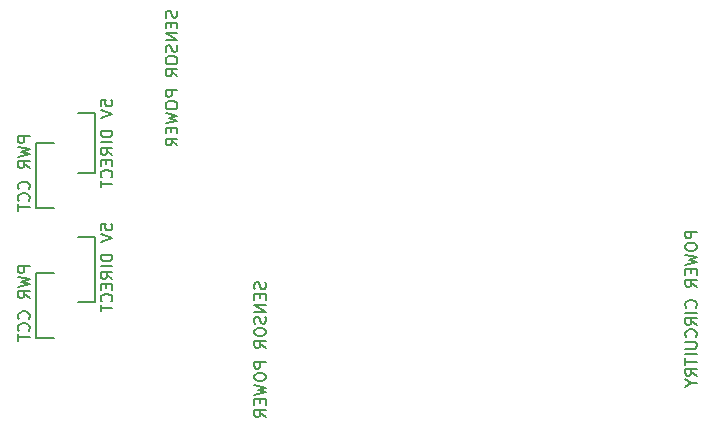
<source format=gbo>
G04 #@! TF.GenerationSoftware,KiCad,Pcbnew,6.0.4*
G04 #@! TF.CreationDate,2022-04-09T16:32:54+02:00*
G04 #@! TF.ProjectId,main,6d61696e-2e6b-4696-9361-645f70636258,rev?*
G04 #@! TF.SameCoordinates,Original*
G04 #@! TF.FileFunction,Legend,Bot*
G04 #@! TF.FilePolarity,Positive*
%FSLAX46Y46*%
G04 Gerber Fmt 4.6, Leading zero omitted, Abs format (unit mm)*
G04 Created by KiCad (PCBNEW 6.0.4) date 2022-04-09 16:32:54*
%MOMM*%
%LPD*%
G01*
G04 APERTURE LIST*
%ADD10C,0.150000*%
%ADD11R,1.700000X1.700000*%
%ADD12O,1.700000X1.700000*%
%ADD13C,2.390000*%
%ADD14C,3.450000*%
%ADD15O,2.140000X1.070000*%
%ADD16C,1.300000*%
G04 APERTURE END LIST*
D10*
X165952380Y-101000000D02*
X164952380Y-101000000D01*
X164952380Y-101380952D01*
X165000000Y-101476190D01*
X165047619Y-101523809D01*
X165142857Y-101571428D01*
X165285714Y-101571428D01*
X165380952Y-101523809D01*
X165428571Y-101476190D01*
X165476190Y-101380952D01*
X165476190Y-101000000D01*
X164952380Y-102190476D02*
X164952380Y-102380952D01*
X165000000Y-102476190D01*
X165095238Y-102571428D01*
X165285714Y-102619047D01*
X165619047Y-102619047D01*
X165809523Y-102571428D01*
X165904761Y-102476190D01*
X165952380Y-102380952D01*
X165952380Y-102190476D01*
X165904761Y-102095238D01*
X165809523Y-102000000D01*
X165619047Y-101952380D01*
X165285714Y-101952380D01*
X165095238Y-102000000D01*
X165000000Y-102095238D01*
X164952380Y-102190476D01*
X164952380Y-102952380D02*
X165952380Y-103190476D01*
X165238095Y-103380952D01*
X165952380Y-103571428D01*
X164952380Y-103809523D01*
X165428571Y-104190476D02*
X165428571Y-104523809D01*
X165952380Y-104666666D02*
X165952380Y-104190476D01*
X164952380Y-104190476D01*
X164952380Y-104666666D01*
X165952380Y-105666666D02*
X165476190Y-105333333D01*
X165952380Y-105095238D02*
X164952380Y-105095238D01*
X164952380Y-105476190D01*
X165000000Y-105571428D01*
X165047619Y-105619047D01*
X165142857Y-105666666D01*
X165285714Y-105666666D01*
X165380952Y-105619047D01*
X165428571Y-105571428D01*
X165476190Y-105476190D01*
X165476190Y-105095238D01*
X165857142Y-107428571D02*
X165904761Y-107380952D01*
X165952380Y-107238095D01*
X165952380Y-107142857D01*
X165904761Y-107000000D01*
X165809523Y-106904761D01*
X165714285Y-106857142D01*
X165523809Y-106809523D01*
X165380952Y-106809523D01*
X165190476Y-106857142D01*
X165095238Y-106904761D01*
X165000000Y-107000000D01*
X164952380Y-107142857D01*
X164952380Y-107238095D01*
X165000000Y-107380952D01*
X165047619Y-107428571D01*
X165952380Y-107857142D02*
X164952380Y-107857142D01*
X165952380Y-108904761D02*
X165476190Y-108571428D01*
X165952380Y-108333333D02*
X164952380Y-108333333D01*
X164952380Y-108714285D01*
X165000000Y-108809523D01*
X165047619Y-108857142D01*
X165142857Y-108904761D01*
X165285714Y-108904761D01*
X165380952Y-108857142D01*
X165428571Y-108809523D01*
X165476190Y-108714285D01*
X165476190Y-108333333D01*
X165857142Y-109904761D02*
X165904761Y-109857142D01*
X165952380Y-109714285D01*
X165952380Y-109619047D01*
X165904761Y-109476190D01*
X165809523Y-109380952D01*
X165714285Y-109333333D01*
X165523809Y-109285714D01*
X165380952Y-109285714D01*
X165190476Y-109333333D01*
X165095238Y-109380952D01*
X165000000Y-109476190D01*
X164952380Y-109619047D01*
X164952380Y-109714285D01*
X165000000Y-109857142D01*
X165047619Y-109904761D01*
X164952380Y-110333333D02*
X165761904Y-110333333D01*
X165857142Y-110380952D01*
X165904761Y-110428571D01*
X165952380Y-110523809D01*
X165952380Y-110714285D01*
X165904761Y-110809523D01*
X165857142Y-110857142D01*
X165761904Y-110904761D01*
X164952380Y-110904761D01*
X165952380Y-111380952D02*
X164952380Y-111380952D01*
X164952380Y-111714285D02*
X164952380Y-112285714D01*
X165952380Y-112000000D02*
X164952380Y-112000000D01*
X165952380Y-113190476D02*
X165476190Y-112857142D01*
X165952380Y-112619047D02*
X164952380Y-112619047D01*
X164952380Y-113000000D01*
X165000000Y-113095238D01*
X165047619Y-113142857D01*
X165142857Y-113190476D01*
X165285714Y-113190476D01*
X165380952Y-113142857D01*
X165428571Y-113095238D01*
X165476190Y-113000000D01*
X165476190Y-112619047D01*
X165476190Y-113809523D02*
X165952380Y-113809523D01*
X164952380Y-113476190D02*
X165476190Y-113809523D01*
X164952380Y-114142857D01*
X121904761Y-82309523D02*
X121952380Y-82452380D01*
X121952380Y-82690476D01*
X121904761Y-82785714D01*
X121857142Y-82833333D01*
X121761904Y-82880952D01*
X121666666Y-82880952D01*
X121571428Y-82833333D01*
X121523809Y-82785714D01*
X121476190Y-82690476D01*
X121428571Y-82500000D01*
X121380952Y-82404761D01*
X121333333Y-82357142D01*
X121238095Y-82309523D01*
X121142857Y-82309523D01*
X121047619Y-82357142D01*
X121000000Y-82404761D01*
X120952380Y-82500000D01*
X120952380Y-82738095D01*
X121000000Y-82880952D01*
X121428571Y-83309523D02*
X121428571Y-83642857D01*
X121952380Y-83785714D02*
X121952380Y-83309523D01*
X120952380Y-83309523D01*
X120952380Y-83785714D01*
X121952380Y-84214285D02*
X120952380Y-84214285D01*
X121952380Y-84785714D01*
X120952380Y-84785714D01*
X121904761Y-85214285D02*
X121952380Y-85357142D01*
X121952380Y-85595238D01*
X121904761Y-85690476D01*
X121857142Y-85738095D01*
X121761904Y-85785714D01*
X121666666Y-85785714D01*
X121571428Y-85738095D01*
X121523809Y-85690476D01*
X121476190Y-85595238D01*
X121428571Y-85404761D01*
X121380952Y-85309523D01*
X121333333Y-85261904D01*
X121238095Y-85214285D01*
X121142857Y-85214285D01*
X121047619Y-85261904D01*
X121000000Y-85309523D01*
X120952380Y-85404761D01*
X120952380Y-85642857D01*
X121000000Y-85785714D01*
X120952380Y-86404761D02*
X120952380Y-86595238D01*
X121000000Y-86690476D01*
X121095238Y-86785714D01*
X121285714Y-86833333D01*
X121619047Y-86833333D01*
X121809523Y-86785714D01*
X121904761Y-86690476D01*
X121952380Y-86595238D01*
X121952380Y-86404761D01*
X121904761Y-86309523D01*
X121809523Y-86214285D01*
X121619047Y-86166666D01*
X121285714Y-86166666D01*
X121095238Y-86214285D01*
X121000000Y-86309523D01*
X120952380Y-86404761D01*
X121952380Y-87833333D02*
X121476190Y-87500000D01*
X121952380Y-87261904D02*
X120952380Y-87261904D01*
X120952380Y-87642857D01*
X121000000Y-87738095D01*
X121047619Y-87785714D01*
X121142857Y-87833333D01*
X121285714Y-87833333D01*
X121380952Y-87785714D01*
X121428571Y-87738095D01*
X121476190Y-87642857D01*
X121476190Y-87261904D01*
X121952380Y-89023809D02*
X120952380Y-89023809D01*
X120952380Y-89404761D01*
X121000000Y-89500000D01*
X121047619Y-89547619D01*
X121142857Y-89595238D01*
X121285714Y-89595238D01*
X121380952Y-89547619D01*
X121428571Y-89500000D01*
X121476190Y-89404761D01*
X121476190Y-89023809D01*
X120952380Y-90214285D02*
X120952380Y-90404761D01*
X121000000Y-90500000D01*
X121095238Y-90595238D01*
X121285714Y-90642857D01*
X121619047Y-90642857D01*
X121809523Y-90595238D01*
X121904761Y-90500000D01*
X121952380Y-90404761D01*
X121952380Y-90214285D01*
X121904761Y-90119047D01*
X121809523Y-90023809D01*
X121619047Y-89976190D01*
X121285714Y-89976190D01*
X121095238Y-90023809D01*
X121000000Y-90119047D01*
X120952380Y-90214285D01*
X120952380Y-90976190D02*
X121952380Y-91214285D01*
X121238095Y-91404761D01*
X121952380Y-91595238D01*
X120952380Y-91833333D01*
X121428571Y-92214285D02*
X121428571Y-92547619D01*
X121952380Y-92690476D02*
X121952380Y-92214285D01*
X120952380Y-92214285D01*
X120952380Y-92690476D01*
X121952380Y-93690476D02*
X121476190Y-93357142D01*
X121952380Y-93119047D02*
X120952380Y-93119047D01*
X120952380Y-93500000D01*
X121000000Y-93595238D01*
X121047619Y-93642857D01*
X121142857Y-93690476D01*
X121285714Y-93690476D01*
X121380952Y-93642857D01*
X121428571Y-93595238D01*
X121476190Y-93500000D01*
X121476190Y-93119047D01*
X129404761Y-105309523D02*
X129452380Y-105452380D01*
X129452380Y-105690476D01*
X129404761Y-105785714D01*
X129357142Y-105833333D01*
X129261904Y-105880952D01*
X129166666Y-105880952D01*
X129071428Y-105833333D01*
X129023809Y-105785714D01*
X128976190Y-105690476D01*
X128928571Y-105500000D01*
X128880952Y-105404761D01*
X128833333Y-105357142D01*
X128738095Y-105309523D01*
X128642857Y-105309523D01*
X128547619Y-105357142D01*
X128500000Y-105404761D01*
X128452380Y-105500000D01*
X128452380Y-105738095D01*
X128500000Y-105880952D01*
X128928571Y-106309523D02*
X128928571Y-106642857D01*
X129452380Y-106785714D02*
X129452380Y-106309523D01*
X128452380Y-106309523D01*
X128452380Y-106785714D01*
X129452380Y-107214285D02*
X128452380Y-107214285D01*
X129452380Y-107785714D01*
X128452380Y-107785714D01*
X129404761Y-108214285D02*
X129452380Y-108357142D01*
X129452380Y-108595238D01*
X129404761Y-108690476D01*
X129357142Y-108738095D01*
X129261904Y-108785714D01*
X129166666Y-108785714D01*
X129071428Y-108738095D01*
X129023809Y-108690476D01*
X128976190Y-108595238D01*
X128928571Y-108404761D01*
X128880952Y-108309523D01*
X128833333Y-108261904D01*
X128738095Y-108214285D01*
X128642857Y-108214285D01*
X128547619Y-108261904D01*
X128500000Y-108309523D01*
X128452380Y-108404761D01*
X128452380Y-108642857D01*
X128500000Y-108785714D01*
X128452380Y-109404761D02*
X128452380Y-109595238D01*
X128500000Y-109690476D01*
X128595238Y-109785714D01*
X128785714Y-109833333D01*
X129119047Y-109833333D01*
X129309523Y-109785714D01*
X129404761Y-109690476D01*
X129452380Y-109595238D01*
X129452380Y-109404761D01*
X129404761Y-109309523D01*
X129309523Y-109214285D01*
X129119047Y-109166666D01*
X128785714Y-109166666D01*
X128595238Y-109214285D01*
X128500000Y-109309523D01*
X128452380Y-109404761D01*
X129452380Y-110833333D02*
X128976190Y-110500000D01*
X129452380Y-110261904D02*
X128452380Y-110261904D01*
X128452380Y-110642857D01*
X128500000Y-110738095D01*
X128547619Y-110785714D01*
X128642857Y-110833333D01*
X128785714Y-110833333D01*
X128880952Y-110785714D01*
X128928571Y-110738095D01*
X128976190Y-110642857D01*
X128976190Y-110261904D01*
X129452380Y-112023809D02*
X128452380Y-112023809D01*
X128452380Y-112404761D01*
X128500000Y-112500000D01*
X128547619Y-112547619D01*
X128642857Y-112595238D01*
X128785714Y-112595238D01*
X128880952Y-112547619D01*
X128928571Y-112500000D01*
X128976190Y-112404761D01*
X128976190Y-112023809D01*
X128452380Y-113214285D02*
X128452380Y-113404761D01*
X128500000Y-113500000D01*
X128595238Y-113595238D01*
X128785714Y-113642857D01*
X129119047Y-113642857D01*
X129309523Y-113595238D01*
X129404761Y-113500000D01*
X129452380Y-113404761D01*
X129452380Y-113214285D01*
X129404761Y-113119047D01*
X129309523Y-113023809D01*
X129119047Y-112976190D01*
X128785714Y-112976190D01*
X128595238Y-113023809D01*
X128500000Y-113119047D01*
X128452380Y-113214285D01*
X128452380Y-113976190D02*
X129452380Y-114214285D01*
X128738095Y-114404761D01*
X129452380Y-114595238D01*
X128452380Y-114833333D01*
X128928571Y-115214285D02*
X128928571Y-115547619D01*
X129452380Y-115690476D02*
X129452380Y-115214285D01*
X128452380Y-115214285D01*
X128452380Y-115690476D01*
X129452380Y-116690476D02*
X128976190Y-116357142D01*
X129452380Y-116119047D02*
X128452380Y-116119047D01*
X128452380Y-116500000D01*
X128500000Y-116595238D01*
X128547619Y-116642857D01*
X128642857Y-116690476D01*
X128785714Y-116690476D01*
X128880952Y-116642857D01*
X128928571Y-116595238D01*
X128976190Y-116500000D01*
X128976190Y-116119047D01*
X109452380Y-92904761D02*
X108452380Y-92904761D01*
X108452380Y-93285714D01*
X108500000Y-93380952D01*
X108547619Y-93428571D01*
X108642857Y-93476190D01*
X108785714Y-93476190D01*
X108880952Y-93428571D01*
X108928571Y-93380952D01*
X108976190Y-93285714D01*
X108976190Y-92904761D01*
X108452380Y-93809523D02*
X109452380Y-94047619D01*
X108738095Y-94238095D01*
X109452380Y-94428571D01*
X108452380Y-94666666D01*
X109452380Y-95619047D02*
X108976190Y-95285714D01*
X109452380Y-95047619D02*
X108452380Y-95047619D01*
X108452380Y-95428571D01*
X108500000Y-95523809D01*
X108547619Y-95571428D01*
X108642857Y-95619047D01*
X108785714Y-95619047D01*
X108880952Y-95571428D01*
X108928571Y-95523809D01*
X108976190Y-95428571D01*
X108976190Y-95047619D01*
X109357142Y-97380952D02*
X109404761Y-97333333D01*
X109452380Y-97190476D01*
X109452380Y-97095238D01*
X109404761Y-96952380D01*
X109309523Y-96857142D01*
X109214285Y-96809523D01*
X109023809Y-96761904D01*
X108880952Y-96761904D01*
X108690476Y-96809523D01*
X108595238Y-96857142D01*
X108500000Y-96952380D01*
X108452380Y-97095238D01*
X108452380Y-97190476D01*
X108500000Y-97333333D01*
X108547619Y-97380952D01*
X109357142Y-98380952D02*
X109404761Y-98333333D01*
X109452380Y-98190476D01*
X109452380Y-98095238D01*
X109404761Y-97952380D01*
X109309523Y-97857142D01*
X109214285Y-97809523D01*
X109023809Y-97761904D01*
X108880952Y-97761904D01*
X108690476Y-97809523D01*
X108595238Y-97857142D01*
X108500000Y-97952380D01*
X108452380Y-98095238D01*
X108452380Y-98190476D01*
X108500000Y-98333333D01*
X108547619Y-98380952D01*
X108452380Y-98666666D02*
X108452380Y-99238095D01*
X109452380Y-98952380D02*
X108452380Y-98952380D01*
X115452380Y-90357142D02*
X115452380Y-89880952D01*
X115928571Y-89833333D01*
X115880952Y-89880952D01*
X115833333Y-89976190D01*
X115833333Y-90214285D01*
X115880952Y-90309523D01*
X115928571Y-90357142D01*
X116023809Y-90404761D01*
X116261904Y-90404761D01*
X116357142Y-90357142D01*
X116404761Y-90309523D01*
X116452380Y-90214285D01*
X116452380Y-89976190D01*
X116404761Y-89880952D01*
X116357142Y-89833333D01*
X115452380Y-90690476D02*
X116452380Y-91023809D01*
X115452380Y-91357142D01*
X116452380Y-92452380D02*
X115452380Y-92452380D01*
X115452380Y-92690476D01*
X115500000Y-92833333D01*
X115595238Y-92928571D01*
X115690476Y-92976190D01*
X115880952Y-93023809D01*
X116023809Y-93023809D01*
X116214285Y-92976190D01*
X116309523Y-92928571D01*
X116404761Y-92833333D01*
X116452380Y-92690476D01*
X116452380Y-92452380D01*
X116452380Y-93452380D02*
X115452380Y-93452380D01*
X116452380Y-94500000D02*
X115976190Y-94166666D01*
X116452380Y-93928571D02*
X115452380Y-93928571D01*
X115452380Y-94309523D01*
X115500000Y-94404761D01*
X115547619Y-94452380D01*
X115642857Y-94500000D01*
X115785714Y-94500000D01*
X115880952Y-94452380D01*
X115928571Y-94404761D01*
X115976190Y-94309523D01*
X115976190Y-93928571D01*
X115928571Y-94928571D02*
X115928571Y-95261904D01*
X116452380Y-95404761D02*
X116452380Y-94928571D01*
X115452380Y-94928571D01*
X115452380Y-95404761D01*
X116357142Y-96404761D02*
X116404761Y-96357142D01*
X116452380Y-96214285D01*
X116452380Y-96119047D01*
X116404761Y-95976190D01*
X116309523Y-95880952D01*
X116214285Y-95833333D01*
X116023809Y-95785714D01*
X115880952Y-95785714D01*
X115690476Y-95833333D01*
X115595238Y-95880952D01*
X115500000Y-95976190D01*
X115452380Y-96119047D01*
X115452380Y-96214285D01*
X115500000Y-96357142D01*
X115547619Y-96404761D01*
X115452380Y-96690476D02*
X115452380Y-97261904D01*
X116452380Y-96976190D02*
X115452380Y-96976190D01*
X110000000Y-93500000D02*
X111500000Y-93500000D01*
X110000000Y-99000000D02*
X110000000Y-93500000D01*
X111500000Y-99000000D02*
X110000000Y-99000000D01*
X115000000Y-96000000D02*
X113500000Y-96000000D01*
X115000000Y-91000000D02*
X115000000Y-96000000D01*
X113500000Y-91000000D02*
X115000000Y-91000000D01*
X109452380Y-103904761D02*
X108452380Y-103904761D01*
X108452380Y-104285714D01*
X108500000Y-104380952D01*
X108547619Y-104428571D01*
X108642857Y-104476190D01*
X108785714Y-104476190D01*
X108880952Y-104428571D01*
X108928571Y-104380952D01*
X108976190Y-104285714D01*
X108976190Y-103904761D01*
X108452380Y-104809523D02*
X109452380Y-105047619D01*
X108738095Y-105238095D01*
X109452380Y-105428571D01*
X108452380Y-105666666D01*
X109452380Y-106619047D02*
X108976190Y-106285714D01*
X109452380Y-106047619D02*
X108452380Y-106047619D01*
X108452380Y-106428571D01*
X108500000Y-106523809D01*
X108547619Y-106571428D01*
X108642857Y-106619047D01*
X108785714Y-106619047D01*
X108880952Y-106571428D01*
X108928571Y-106523809D01*
X108976190Y-106428571D01*
X108976190Y-106047619D01*
X109357142Y-108380952D02*
X109404761Y-108333333D01*
X109452380Y-108190476D01*
X109452380Y-108095238D01*
X109404761Y-107952380D01*
X109309523Y-107857142D01*
X109214285Y-107809523D01*
X109023809Y-107761904D01*
X108880952Y-107761904D01*
X108690476Y-107809523D01*
X108595238Y-107857142D01*
X108500000Y-107952380D01*
X108452380Y-108095238D01*
X108452380Y-108190476D01*
X108500000Y-108333333D01*
X108547619Y-108380952D01*
X109357142Y-109380952D02*
X109404761Y-109333333D01*
X109452380Y-109190476D01*
X109452380Y-109095238D01*
X109404761Y-108952380D01*
X109309523Y-108857142D01*
X109214285Y-108809523D01*
X109023809Y-108761904D01*
X108880952Y-108761904D01*
X108690476Y-108809523D01*
X108595238Y-108857142D01*
X108500000Y-108952380D01*
X108452380Y-109095238D01*
X108452380Y-109190476D01*
X108500000Y-109333333D01*
X108547619Y-109380952D01*
X108452380Y-109666666D02*
X108452380Y-110238095D01*
X109452380Y-109952380D02*
X108452380Y-109952380D01*
X115452380Y-100857142D02*
X115452380Y-100380952D01*
X115928571Y-100333333D01*
X115880952Y-100380952D01*
X115833333Y-100476190D01*
X115833333Y-100714285D01*
X115880952Y-100809523D01*
X115928571Y-100857142D01*
X116023809Y-100904761D01*
X116261904Y-100904761D01*
X116357142Y-100857142D01*
X116404761Y-100809523D01*
X116452380Y-100714285D01*
X116452380Y-100476190D01*
X116404761Y-100380952D01*
X116357142Y-100333333D01*
X115452380Y-101190476D02*
X116452380Y-101523809D01*
X115452380Y-101857142D01*
X116452380Y-102952380D02*
X115452380Y-102952380D01*
X115452380Y-103190476D01*
X115500000Y-103333333D01*
X115595238Y-103428571D01*
X115690476Y-103476190D01*
X115880952Y-103523809D01*
X116023809Y-103523809D01*
X116214285Y-103476190D01*
X116309523Y-103428571D01*
X116404761Y-103333333D01*
X116452380Y-103190476D01*
X116452380Y-102952380D01*
X116452380Y-103952380D02*
X115452380Y-103952380D01*
X116452380Y-105000000D02*
X115976190Y-104666666D01*
X116452380Y-104428571D02*
X115452380Y-104428571D01*
X115452380Y-104809523D01*
X115500000Y-104904761D01*
X115547619Y-104952380D01*
X115642857Y-105000000D01*
X115785714Y-105000000D01*
X115880952Y-104952380D01*
X115928571Y-104904761D01*
X115976190Y-104809523D01*
X115976190Y-104428571D01*
X115928571Y-105428571D02*
X115928571Y-105761904D01*
X116452380Y-105904761D02*
X116452380Y-105428571D01*
X115452380Y-105428571D01*
X115452380Y-105904761D01*
X116357142Y-106904761D02*
X116404761Y-106857142D01*
X116452380Y-106714285D01*
X116452380Y-106619047D01*
X116404761Y-106476190D01*
X116309523Y-106380952D01*
X116214285Y-106333333D01*
X116023809Y-106285714D01*
X115880952Y-106285714D01*
X115690476Y-106333333D01*
X115595238Y-106380952D01*
X115500000Y-106476190D01*
X115452380Y-106619047D01*
X115452380Y-106714285D01*
X115500000Y-106857142D01*
X115547619Y-106904761D01*
X115452380Y-107190476D02*
X115452380Y-107761904D01*
X116452380Y-107476190D02*
X115452380Y-107476190D01*
X110000000Y-110000000D02*
X111500000Y-110000000D01*
X110000000Y-104500000D02*
X110000000Y-110000000D01*
X111500000Y-104500000D02*
X110000000Y-104500000D01*
X115000000Y-107000000D02*
X113500000Y-107000000D01*
X115000000Y-101500000D02*
X115000000Y-107000000D01*
X113500000Y-101500000D02*
X115000000Y-101500000D01*
%LPC*%
D11*
X112522000Y-92217000D03*
D12*
X112522000Y-94757000D03*
X112522000Y-97297000D03*
D11*
X170947000Y-109728000D03*
D12*
X168407000Y-109728000D03*
D13*
X164930000Y-153000000D03*
D14*
X156600000Y-137000000D03*
X101400000Y-153000000D03*
D12*
X88345000Y-79027000D03*
X90885000Y-79027000D03*
X93425000Y-79027000D03*
X95965000Y-79027000D03*
X98505000Y-79027000D03*
X101045000Y-79027000D03*
X103585000Y-79027000D03*
X106125000Y-79027000D03*
X108665000Y-79027000D03*
X111205000Y-79027000D03*
X113745000Y-79027000D03*
X116285000Y-79027000D03*
X118825000Y-79027000D03*
X121365000Y-79027000D03*
X123905000Y-79027000D03*
X126445000Y-79027000D03*
X128985000Y-79027000D03*
X131525000Y-79027000D03*
X134065000Y-79027000D03*
X136605000Y-79027000D03*
X139145000Y-79027000D03*
X141685000Y-79027000D03*
X144225000Y-79027000D03*
X146765000Y-79027000D03*
X149305000Y-79027000D03*
X151845000Y-79027000D03*
X154385000Y-79027000D03*
X156925000Y-79027000D03*
X159465000Y-79027000D03*
X162005000Y-79027000D03*
X164545000Y-79027000D03*
X167085000Y-79027000D03*
D11*
X169625000Y-79027000D03*
X169625000Y-68867000D03*
D12*
X167085000Y-68867000D03*
X164545000Y-68867000D03*
X162005000Y-68867000D03*
X159465000Y-68867000D03*
X156925000Y-68867000D03*
X154385000Y-68867000D03*
X151845000Y-68867000D03*
X149305000Y-68867000D03*
X146765000Y-68867000D03*
X144225000Y-68867000D03*
X141685000Y-68867000D03*
X139145000Y-68867000D03*
X136605000Y-68867000D03*
X134065000Y-68867000D03*
X131525000Y-68867000D03*
X128985000Y-68867000D03*
X126445000Y-68867000D03*
X123905000Y-68867000D03*
X121365000Y-68867000D03*
X118825000Y-68867000D03*
X116285000Y-68867000D03*
X113745000Y-68867000D03*
X111205000Y-68867000D03*
X108665000Y-68867000D03*
X106125000Y-68867000D03*
X103585000Y-68867000D03*
X101045000Y-68867000D03*
X98505000Y-68867000D03*
X95965000Y-68867000D03*
X93425000Y-68867000D03*
X90885000Y-68867000D03*
X88345000Y-68867000D03*
D11*
X123952000Y-85593000D03*
D12*
X123952000Y-88133000D03*
D11*
X131890000Y-109820000D03*
D12*
X131890000Y-112360000D03*
D11*
X169625000Y-129827000D03*
D12*
X167085000Y-129827000D03*
X164545000Y-129827000D03*
X162005000Y-129827000D03*
X159465000Y-129827000D03*
X156925000Y-129827000D03*
X154385000Y-129827000D03*
X151845000Y-129827000D03*
X149305000Y-129827000D03*
X146765000Y-129827000D03*
X144225000Y-129827000D03*
X141685000Y-129827000D03*
X139145000Y-129827000D03*
X136605000Y-129827000D03*
X134065000Y-129827000D03*
X131525000Y-129827000D03*
X128985000Y-129827000D03*
X126445000Y-129827000D03*
X123905000Y-129827000D03*
X121365000Y-129827000D03*
X118825000Y-129827000D03*
X116285000Y-129827000D03*
X113745000Y-129827000D03*
X111205000Y-129827000D03*
X108665000Y-129827000D03*
X106125000Y-129827000D03*
X103585000Y-129827000D03*
X101045000Y-129827000D03*
X98505000Y-129827000D03*
X95965000Y-129827000D03*
X93425000Y-129827000D03*
X90885000Y-129827000D03*
X88345000Y-129827000D03*
X88345000Y-119667000D03*
X90885000Y-119667000D03*
X93425000Y-119667000D03*
X95965000Y-119667000D03*
X98505000Y-119667000D03*
X101045000Y-119667000D03*
X103585000Y-119667000D03*
X106125000Y-119667000D03*
X108665000Y-119667000D03*
X111205000Y-119667000D03*
X113745000Y-119667000D03*
X116285000Y-119667000D03*
X118825000Y-119667000D03*
X121365000Y-119667000D03*
X123905000Y-119667000D03*
X126445000Y-119667000D03*
X128985000Y-119667000D03*
X131525000Y-119667000D03*
X134065000Y-119667000D03*
X136605000Y-119667000D03*
X139145000Y-119667000D03*
X141685000Y-119667000D03*
X144225000Y-119667000D03*
X146765000Y-119667000D03*
X149305000Y-119667000D03*
X151845000Y-119667000D03*
X154385000Y-119667000D03*
X156925000Y-119667000D03*
X159465000Y-119667000D03*
X162005000Y-119667000D03*
X164545000Y-119667000D03*
X167085000Y-119667000D03*
D11*
X169625000Y-119667000D03*
D15*
X175250000Y-102873250D03*
D16*
X172600000Y-101698250D03*
X172600000Y-96848250D03*
D15*
X175250000Y-95673250D03*
D11*
X88340000Y-87390000D03*
D12*
X88340000Y-89930000D03*
X88340000Y-92470000D03*
X88340000Y-95010000D03*
X88340000Y-97550000D03*
X88340000Y-100090000D03*
X88340000Y-102630000D03*
X88340000Y-105170000D03*
X88340000Y-107710000D03*
X88340000Y-110250000D03*
D11*
X112522000Y-103124000D03*
D12*
X112522000Y-105664000D03*
X112522000Y-108204000D03*
M02*

</source>
